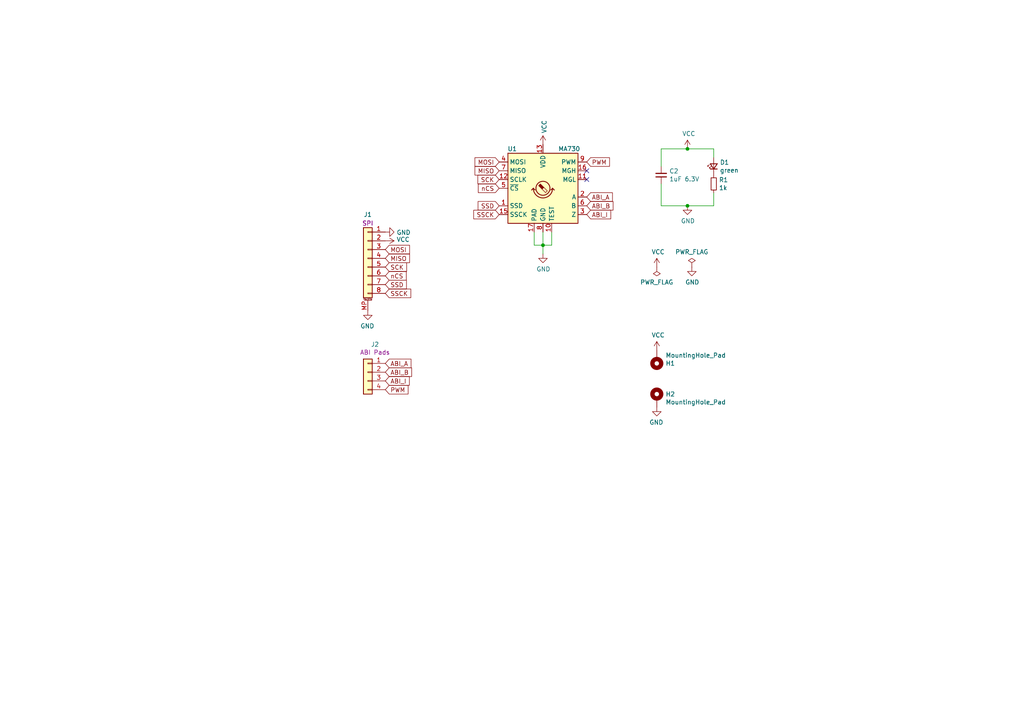
<source format=kicad_sch>
(kicad_sch (version 20210621) (generator eeschema)
  (paper "A4")
  (lib_symbols
    (symbol "Connector_Generic:Conn_01x04" (pin_names (offset 1.016) hide)
      (property "Reference" "J" (at 0 5.08 0))
      (property "Value" "Conn_01x04" (at 0 -7.62 0))
      (symbol "Conn_01x04_1_1"
        (rectangle (start -1.27 -4.953) (end 0 -5.207) (stroke (width 0.1524)))
        (rectangle (start -1.27 -2.413) (end 0 -2.667) (stroke (width 0.1524)))
        (rectangle (start -1.27 0.127) (end 0 -0.127) (stroke (width 0.1524)))
        (rectangle (start -1.27 2.667) (end 0 2.413) (stroke (width 0.1524)))
        (rectangle (start -1.27 3.81) (end 1.27 -6.35) (stroke (width 0.254)) (fill (type background)))
        (pin passive line (at -5.08 2.54 0) (length 3.81) (name "Pin_1") (number "1"))
        (pin passive line (at -5.08 0 0) (length 3.81) (name "Pin_2") (number "2"))
        (pin passive line (at -5.08 -2.54 0) (length 3.81) (name "Pin_3") (number "3"))
        (pin passive line (at -5.08 -5.08 0) (length 3.81) (name "Pin_4") (number "4"))
      )
    )
    (symbol "Connector_Generic_MountingPin:Conn_01x08_MountingPin" (pin_names (offset 1.016) hide)
      (property "Reference" "J" (at 0 10.16 0))
      (property "Value" "Conn_01x08_MountingPin" (at 1.27 -12.7 0))
      (symbol "Conn_01x08_MountingPin_1_1"
        (text "Mounting" (at 0 -11.811 0) (effects (font (size 0.381 0.381))))
        (rectangle (start -1.27 -10.033) (end 0 -10.287) (stroke (width 0.1524)))
        (rectangle (start -1.27 -7.493) (end 0 -7.747) (stroke (width 0.1524)))
        (rectangle (start -1.27 -4.953) (end 0 -5.207) (stroke (width 0.1524)))
        (rectangle (start -1.27 -2.413) (end 0 -2.667) (stroke (width 0.1524)))
        (rectangle (start -1.27 0.127) (end 0 -0.127) (stroke (width 0.1524)))
        (rectangle (start -1.27 2.667) (end 0 2.413) (stroke (width 0.1524)))
        (rectangle (start -1.27 5.207) (end 0 4.953) (stroke (width 0.1524)))
        (rectangle (start -1.27 7.747) (end 0 7.493) (stroke (width 0.1524)))
        (rectangle (start -1.27 8.89) (end 1.27 -11.43) (stroke (width 0.254)) (fill (type background)))
        (polyline (pts (xy -1.016 -12.192) (xy 1.016 -12.192)) (stroke (width 0.1524)))
        (pin passive line (at -5.08 7.62 0) (length 3.81) (name "Pin_1") (number "1"))
        (pin passive line (at -5.08 5.08 0) (length 3.81) (name "Pin_2") (number "2"))
        (pin passive line (at -5.08 2.54 0) (length 3.81) (name "Pin_3") (number "3"))
        (pin passive line (at -5.08 0 0) (length 3.81) (name "Pin_4") (number "4"))
        (pin passive line (at -5.08 -2.54 0) (length 3.81) (name "Pin_5") (number "5"))
        (pin passive line (at -5.08 -5.08 0) (length 3.81) (name "Pin_6") (number "6"))
        (pin passive line (at -5.08 -7.62 0) (length 3.81) (name "Pin_7") (number "7"))
        (pin passive line (at -5.08 -10.16 0) (length 3.81) (name "Pin_8") (number "8"))
        (pin passive line (at 0 -15.24 90) (length 3.048) (name "MountPin") (number "MP"))
      )
    )
    (symbol "Device:C_Small" (pin_numbers hide) (pin_names (offset 0.254) hide)
      (property "Reference" "C" (at 0.254 1.778 0))
      (property "Value" "C_Small" (at 0.254 -2.032 0))
      (symbol "C_Small_0_1"
        (polyline (pts (xy -1.524 -0.508) (xy 1.524 -0.508)) (stroke (width 0.3302)))
        (polyline (pts (xy -1.524 0.508) (xy 1.524 0.508)) (stroke (width 0.3048)))
      )
      (symbol "C_Small_1_1"
        (pin passive line (at 0 2.54 270) (length 2.032) (name "~") (number "1"))
        (pin passive line (at 0 -2.54 90) (length 2.032) (name "~") (number "2"))
      )
    )
    (symbol "Device:LED_Small" (pin_numbers hide) (pin_names (offset 0.254) hide)
      (property "Reference" "D" (at -1.27 3.175 0))
      (property "Value" "LED_Small" (at -4.445 -2.54 0))
      (symbol "LED_Small_0_1"
        (polyline (pts (xy -0.762 -1.016) (xy -0.762 1.016)) (stroke (width 0.254)))
        (polyline (pts (xy 1.016 0) (xy -0.762 0)))
        (polyline (pts (xy 0.762 -1.016) (xy -0.762 0) (xy 0.762 1.016) (xy 0.762 -1.016)) (stroke (width 0.254)))
        (polyline (pts (xy 0 0.762) (xy -0.508 1.27) (xy -0.254 1.27) (xy -0.508 1.27) (xy -0.508 1.016)))
        (polyline (pts (xy 0.508 1.27) (xy 0 1.778) (xy 0.254 1.778) (xy 0 1.778) (xy 0 1.524)))
      )
      (symbol "LED_Small_1_1"
        (pin passive line (at -2.54 0 0) (length 1.778) (name "K") (number "1"))
        (pin passive line (at 2.54 0 180) (length 1.778) (name "A") (number "2"))
      )
    )
    (symbol "Device:R_Small" (pin_numbers hide) (pin_names (offset 0.254) hide)
      (property "Reference" "R" (at 0.762 0.508 0))
      (property "Value" "R_Small" (at 0.762 -1.016 0))
      (symbol "R_Small_0_1"
        (rectangle (start -0.762 1.778) (end 0.762 -1.778) (stroke (width 0.2032)))
      )
      (symbol "R_Small_1_1"
        (pin passive line (at 0 2.54 270) (length 0.762) (name "~") (number "1"))
        (pin passive line (at 0 -2.54 90) (length 0.762) (name "~") (number "2"))
      )
    )
    (symbol "Mechanical:MountingHole_Pad" (pin_numbers hide) (pin_names (offset 1.016) hide)
      (property "Reference" "H" (at 0 6.35 0))
      (property "Value" "MountingHole_Pad" (at 0 4.445 0))
      (symbol "MountingHole_Pad_0_1"
        (circle (center 0 1.27) (radius 1.27) (stroke (width 1.27)))
      )
      (symbol "MountingHole_Pad_1_1"
        (pin input line (at 0 -2.54 90) (length 2.54) (name "1") (number "1"))
      )
    )
    (symbol "Sensor_Magnetic:MA730"
      (property "Reference" "U" (at -10.16 11.43 0))
      (property "Value" "MA730" (at 10.16 11.43 0))
      (symbol "MA730_0_1"
        (arc (start -2.794 0) (end 2.794 0) (radius (at 0 0) (length 2.794) (angles -179.9 -0.1)) (stroke (width 0.254)))
        (rectangle (start -10.16 10.16) (end 10.16 -10.16) (stroke (width 0.254)) (fill (type background)))
        (polyline (pts (xy -2.794 0) (xy -3.302 -0.508)) (stroke (width 0.254)))
        (polyline (pts (xy -2.794 0) (xy -2.286 -0.508)) (stroke (width 0.254)))
        (polyline (pts (xy 2.794 0) (xy 2.286 -0.508)) (stroke (width 0.254)))
        (polyline (pts (xy 2.794 0) (xy 3.302 -0.508)) (stroke (width 0.254)))
      )
      (symbol "MA730_1_1"
        (circle (center 0 0) (radius 2.032) (stroke (width 0.254)))
        (polyline (pts (xy 0.254 0.254) (xy 1.27 -0.762) (xy 0.762 -1.27) (xy -0.254 -0.254)))
        (polyline (pts (xy -0.762 1.27) (xy 0.254 0.254) (xy -0.254 -0.254) (xy -1.27 0.762) (xy -1.016 1.016) (xy -0.762 1.27) (xy -0.635 1.143)) (fill (type outline)))
        (pin output line (at -12.7 -5.08 0) (length 2.54) (name "SSD") (number "1"))
        (pin passive line (at 2.54 -12.7 90) (length 2.54) (name "TEST") (number "10"))
        (pin output line (at 12.7 2.54 180) (length 2.54) (name "MGL") (number "11"))
        (pin input line (at -12.7 2.54 0) (length 2.54) (name "SCLK") (number "12"))
        (pin power_in line (at 0 12.7 270) (length 2.54) (name "VDD") (number "13"))
        (pin no_connect line (at 5.08 -10.16 90) (length 2.54) hide (name "NC") (number "14"))
        (pin input line (at -12.7 -7.62 0) (length 2.54) (name "SSCK") (number "15"))
        (pin output line (at 12.7 5.08 180) (length 2.54) (name "MGH") (number "16"))
        (pin input line (at -2.54 -12.7 90) (length 2.54) (name "PAD") (number "17"))
        (pin output line (at 12.7 -2.54 180) (length 2.54) (name "A") (number "2"))
        (pin output line (at 12.7 -7.62 180) (length 2.54) (name "Z") (number "3"))
        (pin input line (at -12.7 7.62 0) (length 2.54) (name "MOSI") (number "4"))
        (pin input line (at -12.7 0 0) (length 2.54) (name "~{CS}") (number "5"))
        (pin output line (at 12.7 -5.08 180) (length 2.54) (name "B") (number "6"))
        (pin output line (at -12.7 5.08 0) (length 2.54) (name "MISO") (number "7"))
        (pin power_in line (at 0 -12.7 90) (length 2.54) (name "GND") (number "8"))
        (pin output line (at 12.7 7.62 180) (length 2.54) (name "PWM") (number "9"))
      )
    )
    (symbol "power:GND" (power) (pin_names (offset 0))
      (property "Value" "GND" (at 0 -3.81 0))
      (symbol "GND_0_1"
        (polyline (pts (xy 0 0) (xy 0 -1.27) (xy 1.27 -1.27) (xy 0 -2.54) (xy -1.27 -1.27) (xy 0 -1.27)))
      )
      (symbol "GND_1_1"
        (pin power_in line (at 0 0 270) (length 0) hide (name "GND") (number "1"))
      )
    )
    (symbol "power:PWR_FLAG" (power) (pin_numbers hide) (pin_names (offset 0) hide)
      (property "Value" "PWR_FLAG" (at 0 3.81 0))
      (symbol "PWR_FLAG_0_0"
        (pin power_out line (at 0 0 90) (length 0) (name "pwr") (number "1"))
      )
      (symbol "PWR_FLAG_0_1"
        (polyline (pts (xy 0 0) (xy 0 1.27) (xy -1.016 1.905) (xy 0 2.54) (xy 1.016 1.905) (xy 0 1.27)))
      )
    )
    (symbol "power:VCC" (power) (pin_names (offset 0))
      (property "Value" "VCC" (at 0 3.81 0))
      (symbol "VCC_0_1"
        (polyline (pts (xy -0.762 1.27) (xy 0 2.54)))
        (polyline (pts (xy 0 0) (xy 0 2.54)))
        (polyline (pts (xy 0 2.54) (xy 0.762 1.27)))
      )
      (symbol "VCC_1_1"
        (pin power_in line (at 0 0 90) (length 0) hide (name "VCC") (number "1"))
      )
    )
  )
  (junction (at 157.48 71.12))
  (junction (at 199.39 43.18))
  (junction (at 199.39 59.69))
  (no_connect (at 170.18 49.53))
  (no_connect (at 170.18 52.07))
  (wire (pts (xy 154.94 67.31) (xy 154.94 71.12)))
  (wire (pts (xy 154.94 71.12) (xy 157.48 71.12)))
  (wire (pts (xy 157.48 67.31) (xy 157.48 71.12)))
  (wire (pts (xy 157.48 71.12) (xy 157.48 73.66)))
  (wire (pts (xy 160.02 67.31) (xy 160.02 71.12)))
  (wire (pts (xy 160.02 71.12) (xy 157.48 71.12)))
  (wire (pts (xy 191.77 43.18) (xy 199.39 43.18)))
  (wire (pts (xy 191.77 48.26) (xy 191.77 43.18)))
  (wire (pts (xy 191.77 53.34) (xy 191.77 59.69)))
  (wire (pts (xy 191.77 59.69) (xy 199.39 59.69)))
  (wire (pts (xy 199.39 43.18) (xy 207.01 43.18)))
  (wire (pts (xy 199.39 59.69) (xy 207.01 59.69)))
  (wire (pts (xy 207.01 43.18) (xy 207.01 45.72)))
  (wire (pts (xy 207.01 59.69) (xy 207.01 55.88)))
  (global_label "MOSI" (shape input) (at 111.76 72.39 0) (property "Intersheet References" "${INTERSHEET_REFS}" (effects hide)))
  (global_label "MISO" (shape input) (at 111.76 74.93 0) (property "Intersheet References" "${INTERSHEET_REFS}" (effects hide)))
  (global_label "SCK" (shape input) (at 111.76 77.47 0) (property "Intersheet References" "${INTERSHEET_REFS}" (effects hide)))
  (global_label "nCS" (shape input) (at 111.76 80.01 0) (property "Intersheet References" "${INTERSHEET_REFS}" (effects hide)))
  (global_label "SSD" (shape input) (at 111.76 82.55 0) (property "Intersheet References" "${INTERSHEET_REFS}" (effects hide)))
  (global_label "SSCK" (shape input) (at 111.76 85.09 0) (property "Intersheet References" "${INTERSHEET_REFS}" (effects hide)))
  (global_label "ABI_A" (shape input) (at 111.76 105.41 0) (property "Intersheet References" "${INTERSHEET_REFS}" (effects hide)))
  (global_label "ABI_B" (shape input) (at 111.76 107.95 0) (property "Intersheet References" "${INTERSHEET_REFS}" (effects hide)))
  (global_label "ABI_I" (shape input) (at 111.76 110.49 0) (property "Intersheet References" "${INTERSHEET_REFS}" (effects hide)))
  (global_label "PWM" (shape input) (at 111.76 113.03 0) (property "Intersheet References" "${INTERSHEET_REFS}" (effects hide)))
  (global_label "MOSI" (shape input) (at 144.78 46.99 180) (property "Intersheet References" "${INTERSHEET_REFS}" (effects hide)))
  (global_label "MISO" (shape input) (at 144.78 49.53 180) (property "Intersheet References" "${INTERSHEET_REFS}" (effects hide)))
  (global_label "SCK" (shape input) (at 144.78 52.07 180) (property "Intersheet References" "${INTERSHEET_REFS}" (effects hide)))
  (global_label "nCS" (shape input) (at 144.78 54.61 180) (property "Intersheet References" "${INTERSHEET_REFS}" (effects hide)))
  (global_label "SSD" (shape input) (at 144.78 59.69 180) (property "Intersheet References" "${INTERSHEET_REFS}" (effects hide)))
  (global_label "SSCK" (shape input) (at 144.78 62.23 180) (property "Intersheet References" "${INTERSHEET_REFS}" (effects hide)))
  (global_label "PWM" (shape input) (at 170.18 46.99 0) (property "Intersheet References" "${INTERSHEET_REFS}" (effects hide)))
  (global_label "ABI_A" (shape input) (at 170.18 57.15 0) (property "Intersheet References" "${INTERSHEET_REFS}" (effects hide)))
  (global_label "ABI_B" (shape input) (at 170.18 59.69 0) (property "Intersheet References" "${INTERSHEET_REFS}" (effects hide)))
  (global_label "ABI_I" (shape input) (at 170.18 62.23 0) (property "Intersheet References" "${INTERSHEET_REFS}" (effects hide)))
  (symbol (lib_id "power:VCC") (at 111.76 69.85 270) (mirror x) (unit 1)
    (property "Reference" "#PWR03" (effects hide))
    (property "Value" "VCC" (at 114.9858 69.469 90) (effects (justify left)))
  )
  (symbol (lib_id "power:VCC") (at 157.48 41.91 0) (unit 1)
    (property "Reference" "#PWR06" (effects hide))
    (property "Value" "VCC" (at 157.861 38.6842 90) (effects (justify left)))
  )
  (symbol (lib_id "power:VCC") (at 190.5 77.47 0) (unit 1)
    (property "Reference" "#PWR0101" (effects hide))
    (property "Value" "VCC" (at 190.881 73.0758 0))
  )
  (symbol (lib_id "power:VCC") (at 190.5 101.6 0) (unit 1)
    (property "Reference" "#PWR07" (effects hide))
    (property "Value" "VCC" (at 190.881 97.2058 0))
  )
  (symbol (lib_id "power:VCC") (at 199.39 43.18 0) (unit 1)
    (property "Reference" "#PWR09" (effects hide))
    (property "Value" "VCC" (at 199.771 38.7858 0))
  )
  (symbol (lib_id "power:PWR_FLAG") (at 190.5 77.47 180) (unit 1)
    (property "Reference" "#FLG0101" (effects hide))
    (property "Value" "PWR_FLAG" (at 190.5 81.8642 0))
  )
  (symbol (lib_id "power:PWR_FLAG") (at 200.66 77.47 0) (unit 1)
    (property "Reference" "#FLG0102" (effects hide))
    (property "Value" "PWR_FLAG" (at 200.66 73.0758 0))
  )
  (symbol (lib_id "power:GND") (at 106.68 90.17 0) (mirror y) (unit 1)
    (property "Reference" "#PWR01" (effects hide))
    (property "Value" "GND" (at 106.553 94.5642 0))
  )
  (symbol (lib_id "power:GND") (at 111.76 67.31 90) (mirror x) (unit 1)
    (property "Reference" "#PWR02" (effects hide))
    (property "Value" "GND" (at 115.0112 67.437 90) (effects (justify right)))
  )
  (symbol (lib_id "power:GND") (at 157.48 73.66 0) (unit 1)
    (property "Reference" "#PWR04" (effects hide))
    (property "Value" "GND" (at 157.607 78.0542 0))
  )
  (symbol (lib_id "power:GND") (at 190.5 118.11 0) (mirror y) (unit 1)
    (property "Reference" "#PWR08" (effects hide))
    (property "Value" "GND" (at 190.373 122.5042 0))
  )
  (symbol (lib_id "power:GND") (at 199.39 59.69 0) (unit 1)
    (property "Reference" "#PWR010" (effects hide))
    (property "Value" "GND" (at 199.517 64.0842 0))
  )
  (symbol (lib_id "power:GND") (at 200.66 77.47 0) (unit 1)
    (property "Reference" "#PWR0102" (effects hide))
    (property "Value" "GND" (at 200.787 81.8642 0))
  )
  (symbol (lib_id "Device:R_Small") (at 207.01 53.34 0) (unit 1)
    (property "Reference" "R1" (at 208.5086 52.1716 0) (effects (justify left)))
    (property "Value" "1k" (at 208.5086 54.483 0) (effects (justify left)))
    (property "Footprint" "Resistor_SMD:R_0402_1005Metric" (effects hide))
  )
  (symbol (lib_id "Device:LED_Small") (at 207.01 48.26 90) (unit 1)
    (property "Reference" "D1" (at 208.788 47.0916 90) (effects (justify right)))
    (property "Value" "green" (at 208.788 49.403 90) (effects (justify right)))
    (property "Footprint" "LED_SMD:LED_0402_1005Metric" (effects hide))
    (property "Manu" "Wurth" (effects hide))
    (property "Part" "150040VS73240" (effects hide))
  )
  (symbol (lib_id "Device:C_Small") (at 191.77 50.8 180) (unit 1)
    (property "Reference" "C2" (at 194.1068 49.6316 0) (effects (justify right)))
    (property "Value" "1uF 6.3V" (at 194.1068 51.943 0) (effects (justify right)))
    (property "Footprint" "Capacitor_SMD:C_0402_1005Metric" (effects hide))
    (property "Part" "Generic" (effects hide))
    (property "Manu" "Generic" (effects hide))
  )
  (symbol (lib_id "Mechanical:MountingHole_Pad") (at 190.5 104.14 0) (mirror x) (unit 1)
    (property "Reference" "H1" (at 193.04 105.3846 0) (effects (justify left)))
    (property "Value" "MountingHole_Pad" (at 193.04 103.0732 0) (effects (justify left)))
    (property "Footprint" "MountingHole:MountingHole_2.2mm_M2_ISO7380_Pad" (effects hide))
  )
  (symbol (lib_id "Mechanical:MountingHole_Pad") (at 190.5 115.57 0) (unit 1)
    (property "Reference" "H2" (at 193.04 114.3254 0) (effects (justify left)))
    (property "Value" "MountingHole_Pad" (at 193.04 116.6368 0) (effects (justify left)))
    (property "Footprint" "MountingHole:MountingHole_2.2mm_M2_ISO7380_Pad" (effects hide))
  )
  (symbol (lib_id "Connector_Generic:Conn_01x04") (at 106.68 107.95 0) (mirror y) (unit 1)
    (property "Reference" "J2" (at 108.7628 99.8982 0))
    (property "Value" "Castellations_ABI" (effects hide))
    (property "Footprint" "Connector_PinHeader_2.54mm:PinHeader_1x04_P2.54mm_Vertical" (effects hide))
    (property "Port" "ABI Pads" (at 108.7628 102.2096 0))
  )
  (symbol (lib_id "Connector_Generic_MountingPin:Conn_01x08_MountingPin") (at 106.68 74.93 0) (mirror y) (unit 1)
    (property "Reference" "J1" (at 106.68 62.23 0))
    (property "Value" "Conn_01x06_MountingPin" (effects hide))
    (property "Footprint" "Connector_JST:JST_SH_SM08B-SRSS-TB_1x08-1MP_P1.00mm_Horizontal" (effects hide))
    (property "Port" "SPI" (at 106.68 64.77 0))
    (property "Manu" "JST" (effects hide))
    (property "Part" "SH_SM08B-SRSS-TB_1x08-1MP_P1.00mm_Horizontal" (effects hide))
  )
  (symbol (lib_id "Sensor_Magnetic:MA730") (at 157.48 54.61 0) (unit 1)
    (property "Reference" "U1" (at 148.59 43.18 0))
    (property "Value" "MA730" (at 165.1 43.18 0))
    (property "Footprint" "Package_DFN_QFN:QFN-16-1EP_3x3mm_P0.5mm_EP1.75x1.75mm" (effects hide))
    (property "Datasheet" "https://www.monolithicpower.com/pub/media/document/m/a/ma730_r1.01.pdf" (effects hide))
  )
)
</source>
